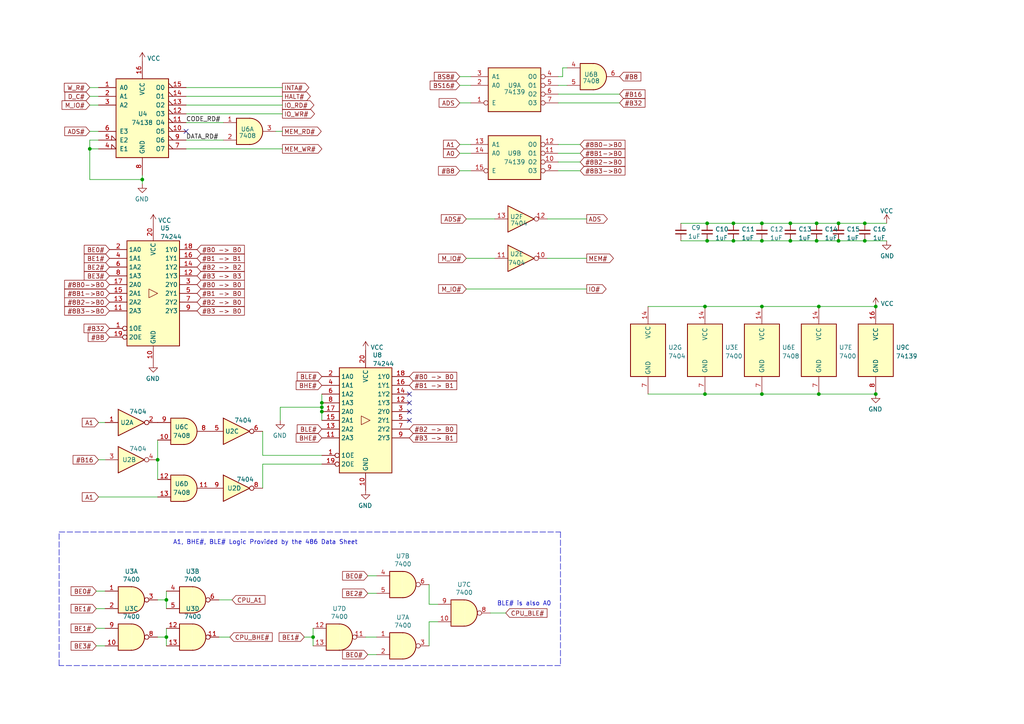
<source format=kicad_sch>
(kicad_sch (version 20211123) (generator eeschema)
  (paper "A4")
  (lib_symbols
    (symbol "74xx:7400" (pin_names (offset 1.016))
      (property "Reference" "U" (at 0 1.27 0))
      (property "Value" "7400" (at 0 -1.27 0))
      (symbol "7400_1_1"
        (arc (start 0 -3.81) (mid 3.81 0) (end 0 3.81) (stroke (width 0.254)) (fill (type background)))
        (polyline (pts (xy 0 3.81) (xy -3.81 3.81) (xy -3.81 -3.81) (xy 0 -3.81)) (stroke (width 0.254)) (fill (type background)))
        (pin input line (at -7.62 2.54 0) (length 3.81) (name "~") (number "1"))
        (pin input line (at -7.62 -2.54 0) (length 3.81) (name "~") (number "2"))
        (pin output inverted (at 7.62 0 180) (length 3.81) (name "~") (number "3"))
      )
      (symbol "7400_1_2"
        (arc (start -3.81 -3.81) (mid -2.589 0) (end -3.81 3.81) (stroke (width 0.254)))
        (arc (start -0.6096 -3.81) (mid 2.1842 -2.5851) (end 3.81 0) (stroke (width 0.254)) (fill (type background)))
        (polyline (pts (xy -3.81 -3.81) (xy -0.635 -3.81)) (stroke (width 0.254)) (fill (type background)))
        (polyline (pts (xy -3.81 3.81) (xy -0.635 3.81)) (stroke (width 0.254)) (fill (type background)))
        (polyline (pts (xy -0.635 3.81) (xy -3.81 3.81) (xy -3.81 3.81) (xy -3.556 3.4036) (xy -3.0226 2.2606) (xy -2.6924 1.0414) (xy -2.6162 -0.254) (xy -2.7686 -1.4986) (xy -3.175 -2.7178) (xy -3.81 -3.81) (xy -3.81 -3.81) (xy -0.635 -3.81)) (stroke (width -25.4)) (fill (type background)))
        (arc (start 3.81 0) (mid 2.1915 2.5936) (end -0.6096 3.81) (stroke (width 0.254)) (fill (type background)))
        (pin input inverted (at -7.62 2.54 0) (length 4.318) (name "~") (number "1"))
        (pin input inverted (at -7.62 -2.54 0) (length 4.318) (name "~") (number "2"))
        (pin output line (at 7.62 0 180) (length 3.81) (name "~") (number "3"))
      )
      (symbol "7400_2_1"
        (arc (start 0 -3.81) (mid 3.81 0) (end 0 3.81) (stroke (width 0.254)) (fill (type background)))
        (polyline (pts (xy 0 3.81) (xy -3.81 3.81) (xy -3.81 -3.81) (xy 0 -3.81)) (stroke (width 0.254)) (fill (type background)))
        (pin input line (at -7.62 2.54 0) (length 3.81) (name "~") (number "4"))
        (pin input line (at -7.62 -2.54 0) (length 3.81) (name "~") (number "5"))
        (pin output inverted (at 7.62 0 180) (length 3.81) (name "~") (number "6"))
      )
      (symbol "7400_2_2"
        (arc (start -3.81 -3.81) (mid -2.589 0) (end -3.81 3.81) (stroke (width 0.254)))
        (arc (start -0.6096 -3.81) (mid 2.1842 -2.5851) (end 3.81 0) (stroke (width 0.254)) (fill (type background)))
        (polyline (pts (xy -3.81 -3.81) (xy -0.635 -3.81)) (stroke (width 0.254)) (fill (type background)))
        (polyline (pts (xy -3.81 3.81) (xy -0.635 3.81)) (stroke (width 0.254)) (fill (type background)))
        (polyline (pts (xy -0.635 3.81) (xy -3.81 3.81) (xy -3.81 3.81) (xy -3.556 3.4036) (xy -3.0226 2.2606) (xy -2.6924 1.0414) (xy -2.6162 -0.254) (xy -2.7686 -1.4986) (xy -3.175 -2.7178) (xy -3.81 -3.81) (xy -3.81 -3.81) (xy -0.635 -3.81)) (stroke (width -25.4)) (fill (type background)))
        (arc (start 3.81 0) (mid 2.1915 2.5936) (end -0.6096 3.81) (stroke (width 0.254)) (fill (type background)))
        (pin input inverted (at -7.62 2.54 0) (length 4.318) (name "~") (number "4"))
        (pin input inverted (at -7.62 -2.54 0) (length 4.318) (name "~") (number "5"))
        (pin output line (at 7.62 0 180) (length 3.81) (name "~") (number "6"))
      )
      (symbol "7400_3_1"
        (arc (start 0 -3.81) (mid 3.81 0) (end 0 3.81) (stroke (width 0.254)) (fill (type background)))
        (polyline (pts (xy 0 3.81) (xy -3.81 3.81) (xy -3.81 -3.81) (xy 0 -3.81)) (stroke (width 0.254)) (fill (type background)))
        (pin input line (at -7.62 -2.54 0) (length 3.81) (name "~") (number "10"))
        (pin output inverted (at 7.62 0 180) (length 3.81) (name "~") (number "8"))
        (pin input line (at -7.62 2.54 0) (length 3.81) (name "~") (number "9"))
      )
      (symbol "7400_3_2"
        (arc (start -3.81 -3.81) (mid -2.589 0) (end -3.81 3.81) (stroke (width 0.254)))
        (arc (start -0.6096 -3.81) (mid 2.1842 -2.5851) (end 3.81 0) (stroke (width 0.254)) (fill (type background)))
        (polyline (pts (xy -3.81 -3.81) (xy -0.635 -3.81)) (stroke (width 0.254)) (fill (type background)))
        (polyline (pts (xy -3.81 3.81) (xy -0.635 3.81)) (stroke (width 0.254)) (fill (type background)))
        (polyline (pts (xy -0.635 3.81) (xy -3.81 3.81) (xy -3.81 3.81) (xy -3.556 3.4036) (xy -3.0226 2.2606) (xy -2.6924 1.0414) (xy -2.6162 -0.254) (xy -2.7686 -1.4986) (xy -3.175 -2.7178) (xy -3.81 -3.81) (xy -3.81 -3.81) (xy -0.635 -3.81)) (stroke (width -25.4)) (fill (type background)))
        (arc (start 3.81 0) (mid 2.1915 2.5936) (end -0.6096 3.81) (stroke (width 0.254)) (fill (type background)))
        (pin input inverted (at -7.62 -2.54 0) (length 4.318) (name "~") (number "10"))
        (pin output line (at 7.62 0 180) (length 3.81) (name "~") (number "8"))
        (pin input inverted (at -7.62 2.54 0) (length 4.318) (name "~") (number "9"))
      )
      (symbol "7400_4_1"
        (arc (start 0 -3.81) (mid 3.81 0) (end 0 3.81) (stroke (width 0.254)) (fill (type background)))
        (polyline (pts (xy 0 3.81) (xy -3.81 3.81) (xy -3.81 -3.81) (xy 0 -3.81)) (stroke (width 0.254)) (fill (type background)))
        (pin output inverted (at 7.62 0 180) (length 3.81) (name "~") (number "11"))
        (pin input line (at -7.62 2.54 0) (length 3.81) (name "~") (number "12"))
        (pin input line (at -7.62 -2.54 0) (length 3.81) (name "~") (number "13"))
      )
      (symbol "7400_4_2"
        (arc (start -3.81 -3.81) (mid -2.589 0) (end -3.81 3.81) (stroke (width 0.254)))
        (arc (start -0.6096 -3.81) (mid 2.1842 -2.5851) (end 3.81 0) (stroke (width 0.254)) (fill (type background)))
        (polyline (pts (xy -3.81 -3.81) (xy -0.635 -3.81)) (stroke (width 0.254)) (fill (type background)))
        (polyline (pts (xy -3.81 3.81) (xy -0.635 3.81)) (stroke (width 0.254)) (fill (type background)))
        (polyline (pts (xy -0.635 3.81) (xy -3.81 3.81) (xy -3.81 3.81) (xy -3.556 3.4036) (xy -3.0226 2.2606) (xy -2.6924 1.0414) (xy -2.6162 -0.254) (xy -2.7686 -1.4986) (xy -3.175 -2.7178) (xy -3.81 -3.81) (xy -3.81 -3.81) (xy -0.635 -3.81)) (stroke (width -25.4)) (fill (type background)))
        (arc (start 3.81 0) (mid 2.1915 2.5936) (end -0.6096 3.81) (stroke (width 0.254)) (fill (type background)))
        (pin output line (at 7.62 0 180) (length 3.81) (name "~") (number "11"))
        (pin input inverted (at -7.62 2.54 0) (length 4.318) (name "~") (number "12"))
        (pin input inverted (at -7.62 -2.54 0) (length 4.318) (name "~") (number "13"))
      )
      (symbol "7400_5_0"
        (pin power_in line (at 0 12.7 270) (length 5.08) (name "VCC") (number "14"))
        (pin power_in line (at 0 -12.7 90) (length 5.08) (name "GND") (number "7"))
      )
      (symbol "7400_5_1"
        (rectangle (start -5.08 7.62) (end 5.08 -7.62) (stroke (width 0.254)) (fill (type background)))
      )
    )
    (symbol "74xx:74HC244"
      (property "Reference" "U" (at -7.62 16.51 0))
      (property "Value" "74HC244" (at -7.62 -16.51 0))
      (symbol "74HC244_1_0"
        (polyline (pts (xy 1.27 0) (xy -1.27 1.27) (xy -1.27 -1.27) (xy 1.27 0)) (stroke (width 0.1524)))
        (pin input inverted (at -12.7 -10.16 0) (length 5.08) (name "1OE") (number "1"))
        (pin power_in line (at 0 -20.32 90) (length 5.08) (name "GND") (number "10"))
        (pin input line (at -12.7 -5.08 0) (length 5.08) (name "2A3") (number "11"))
        (pin tri_state line (at 12.7 5.08 180) (length 5.08) (name "1Y3") (number "12"))
        (pin input line (at -12.7 -2.54 0) (length 5.08) (name "2A2") (number "13"))
        (pin tri_state line (at 12.7 7.62 180) (length 5.08) (name "1Y2") (number "14"))
        (pin input line (at -12.7 0 0) (length 5.08) (name "2A1") (number "15"))
        (pin tri_state line (at 12.7 10.16 180) (length 5.08) (name "1Y1") (number "16"))
        (pin input line (at -12.7 2.54 0) (length 5.08) (name "2A0") (number "17"))
        (pin tri_state line (at 12.7 12.7 180) (length 5.08) (name "1Y0") (number "18"))
        (pin input inverted (at -12.7 -12.7 0) (length 5.08) (name "2OE") (number "19"))
        (pin input line (at -12.7 12.7 0) (length 5.08) (name "1A0") (number "2"))
        (pin power_in line (at 0 20.32 270) (length 5.08) (name "VCC") (number "20"))
        (pin tri_state line (at 12.7 2.54 180) (length 5.08) (name "2Y0") (number "3"))
        (pin input line (at -12.7 10.16 0) (length 5.08) (name "1A1") (number "4"))
        (pin tri_state line (at 12.7 0 180) (length 5.08) (name "2Y1") (number "5"))
        (pin input line (at -12.7 7.62 0) (length 5.08) (name "1A2") (number "6"))
        (pin tri_state line (at 12.7 -2.54 180) (length 5.08) (name "2Y2") (number "7"))
        (pin input line (at -12.7 5.08 0) (length 5.08) (name "1A3") (number "8"))
        (pin tri_state line (at 12.7 -5.08 180) (length 5.08) (name "2Y3") (number "9"))
      )
      (symbol "74HC244_1_1"
        (rectangle (start -7.62 15.24) (end 7.62 -15.24) (stroke (width 0.254)) (fill (type background)))
      )
    )
    (symbol "74xx:74LS04"
      (property "Reference" "U" (at 0 1.27 0))
      (property "Value" "74LS04" (at 0 -1.27 0))
      (symbol "74LS04_1_0"
        (polyline (pts (xy -3.81 3.81) (xy -3.81 -3.81) (xy 3.81 0) (xy -3.81 3.81)) (stroke (width 0.254)) (fill (type background)))
        (pin input line (at -7.62 0 0) (length 3.81) (name "~") (number "1"))
        (pin output inverted (at 7.62 0 180) (length 3.81) (name "~") (number "2"))
      )
      (symbol "74LS04_2_0"
        (polyline (pts (xy -3.81 3.81) (xy -3.81 -3.81) (xy 3.81 0) (xy -3.81 3.81)) (stroke (width 0.254)) (fill (type background)))
        (pin input line (at -7.62 0 0) (length 3.81) (name "~") (number "3"))
        (pin output inverted (at 7.62 0 180) (length 3.81) (name "~") (number "4"))
      )
      (symbol "74LS04_3_0"
        (polyline (pts (xy -3.81 3.81) (xy -3.81 -3.81) (xy 3.81 0) (xy -3.81 3.81)) (stroke (width 0.254)) (fill (type background)))
        (pin input line (at -7.62 0 0) (length 3.81) (name "~") (number "5"))
        (pin output inverted (at 7.62 0 180) (length 3.81) (name "~") (number "6"))
      )
      (symbol "74LS04_4_0"
        (polyline (pts (xy -3.81 3.81) (xy -3.81 -3.81) (xy 3.81 0) (xy -3.81 3.81)) (stroke (width 0.254)) (fill (type background)))
        (pin output inverted (at 7.62 0 180) (length 3.81) (name "~") (number "8"))
        (pin input line (at -7.62 0 0) (length 3.81) (name "~") (number "9"))
      )
      (symbol "74LS04_5_0"
        (polyline (pts (xy -3.81 3.81) (xy -3.81 -3.81) (xy 3.81 0) (xy -3.81 3.81)) (stroke (width 0.254)) (fill (type background)))
        (pin output inverted (at 7.62 0 180) (length 3.81) (name "~") (number "10"))
        (pin input line (at -7.62 0 0) (length 3.81) (name "~") (number "11"))
      )
      (symbol "74LS04_6_0"
        (polyline (pts (xy -3.81 3.81) (xy -3.81 -3.81) (xy 3.81 0) (xy -3.81 3.81)) (stroke (width 0.254)) (fill (type background)))
        (pin output inverted (at 7.62 0 180) (length 3.81) (name "~") (number "12"))
        (pin input line (at -7.62 0 0) (length 3.81) (name "~") (number "13"))
      )
      (symbol "74LS04_7_0"
        (pin power_in line (at 0 12.7 270) (length 5.08) (name "VCC") (number "14"))
        (pin power_in line (at 0 -12.7 90) (length 5.08) (name "GND") (number "7"))
      )
      (symbol "74LS04_7_1"
        (rectangle (start -5.08 7.62) (end 5.08 -7.62) (stroke (width 0.254)) (fill (type background)))
      )
    )
    (symbol "74xx:74LS08" (pin_names (offset 1.016))
      (property "Reference" "U" (at 0 1.27 0))
      (property "Value" "74LS08" (at 0 -1.27 0))
      (symbol "74LS08_1_1"
        (arc (start 0 -3.81) (mid 3.81 0) (end 0 3.81) (stroke (width 0.254)) (fill (type background)))
        (polyline (pts (xy 0 3.81) (xy -3.81 3.81) (xy -3.81 -3.81) (xy 0 -3.81)) (stroke (width 0.254)) (fill (type background)))
        (pin input line (at -7.62 2.54 0) (length 3.81) (name "~") (number "1"))
        (pin input line (at -7.62 -2.54 0) (length 3.81) (name "~") (number "2"))
        (pin output line (at 7.62 0 180) (length 3.81) (name "~") (number "3"))
      )
      (symbol "74LS08_1_2"
        (arc (start -3.81 -3.81) (mid -2.589 0) (end -3.81 3.81) (stroke (width 0.254)))
        (arc (start -0.6096 -3.81) (mid 2.1842 -2.5851) (end 3.81 0) (stroke (width 0.254)) (fill (type background)))
        (polyline (pts (xy -3.81 -3.81) (xy -0.635 -3.81)) (stroke (width 0.254)) (fill (type background)))
        (polyline (pts (xy -3.81 3.81) (xy -0.635 3.81)) (stroke (width 0.254)) (fill (type background)))
        (polyline (pts (xy -0.635 3.81) (xy -3.81 3.81) (xy -3.81 3.81) (xy -3.556 3.4036) (xy -3.0226 2.2606) (xy -2.6924 1.0414) (xy -2.6162 -0.254) (xy -2.7686 -1.4986) (xy -3.175 -2.7178) (xy -3.81 -3.81) (xy -3.81 -3.81) (xy -0.635 -3.81)) (stroke (width -25.4)) (fill (type background)))
        (arc (start 3.81 0) (mid 2.1915 2.5936) (end -0.6096 3.81) (stroke (width 0.254)) (fill (type background)))
        (pin input inverted (at -7.62 2.54 0) (length 4.318) (name "~") (number "1"))
        (pin input inverted (at -7.62 -2.54 0) (length 4.318) (name "~") (number "2"))
        (pin output inverted (at 7.62 0 180) (length 3.81) (name "~") (number "3"))
      )
      (symbol "74LS08_2_1"
        (arc (start 0 -3.81) (mid 3.81 0) (end 0 3.81) (stroke (width 0.254)) (fill (type background)))
        (polyline (pts (xy 0 3.81) (xy -3.81 3.81) (xy -3.81 -3.81) (xy 0 -3.81)) (stroke (width 0.254)) (fill (type background)))
        (pin input line (at -7.62 2.54 0) (length 3.81) (name "~") (number "4"))
        (pin input line (at -7.62 -2.54 0) (length 3.81) (name "~") (number "5"))
        (pin output line (at 7.62 0 180) (length 3.81) (name "~") (number "6"))
      )
      (symbol "74LS08_2_2"
        (arc (start -3.81 -3.81) (mid -2.589 0) (end -3.81 3.81) (stroke (width 0.254)))
        (arc (start -0.6096 -3.81) (mid 2.1842 -2.5851) (end 3.81 0) (stroke (width 0.254)) (fill (type background)))
        (polyline (pts (xy -3.81 -3.81) (xy -0.635 -3.81)) (stroke (width 0.254)) (fill (type background)))
        (polyline (pts (xy -3.81 3.81) (xy -0.635 3.81)) (stroke (width 0.254)) (fill (type background)))
        (polyline (pts (xy -0.635 3.81) (xy -3.81 3.81) (xy -3.81 3.81) (xy -3.556 3.4036) (xy -3.0226 2.2606) (xy -2.6924 1.0414) (xy -2.6162 -0.254) (xy -2.7686 -1.4986) (xy -3.175 -2.7178) (xy -3.81 -3.81) (xy -3.81 -3.81) (xy -0.635 -3.81)) (stroke (width -25.4)) (fill (type background)))
        (arc (start 3.81 0) (mid 2.1915 2.5936) (end -0.6096 3.81) (stroke (width 0.254)) (fill (type background)))
        (pin input inverted (at -7.62 2.54 0) (length 4.318) (name "~") (number "4"))
        (pin input inverted (at -7.62 -2.54 0) (length 4.318) (name "~") (number "5"))
        (pin output inverted (at 7.62 0 180) (length 3.81) (name "~") (number "6"))
      )
      (symbol "74LS08_3_1"
        (arc (start 0 -3.81) (mid 3.81 0) (end 0 3.81) (stroke (width 0.254)) (fill (type background)))
        (polyline (pts (xy 0 3.81) (xy -3.81 3.81) (xy -3.81 -3.81) (xy 0 -3.81)) (stroke (width 0.254)) (fill (type background)))
        (pin input line (at -7.62 -2.54 0) (length 3.81) (name "~") (number "10"))
        (pin output line (at 7.62 0 180) (length 3.81) (name "~") (number "8"))
        (pin input line (at -7.62 2.54 0) (length 3.81) (name "~") (number "9"))
      )
      (symbol "74LS08_3_2"
        (arc (start -3.81 -3.81) (mid -2.589 0) (end -3.81 3.81) (stroke (width 0.254)))
        (arc (start -0.6096 -3.81) (mid 2.1842 -2.5851) (end 3.81 0) (stroke (width 0.254)) (fill (type background)))
        (polyline (pts (xy -3.81 -3.81) (xy -0.635 -3.81)) (stroke (width 0.254)) (fill (type background)))
        (polyline (pts (xy -3.81 3.81) (xy -0.635 3.81)) (stroke (width 0.254)) (fill (type background)))
        (polyline (pts (xy -0.635 3.81) (xy -3.81 3.81) (xy -3.81 3.81) (xy -3.556 3.4036) (xy -3.0226 2.2606) (xy -2.6924 1.0414) (xy -2.6162 -0.254) (xy -2.7686 -1.4986) (xy -3.175 -2.7178) (xy -3.81 -3.81) (xy -3.81 -3.81) (xy -0.635 -3.81)) (stroke (width -25.4)) (fill (type background)))
        (arc (start 3.81 0) (mid 2.1915 2.5936) (end -0.6096 3.81) (stroke (width 0.254)) (fill (type background)))
        (pin input inverted (at -7.62 -2.54 0) (length 4.318) (name "~") (number "10"))
        (pin output inverted (at 7.62 0 180) (length 3.81) (name "~") (number "8"))
        (pin input inverted (at -7.62 2.54 0) (length 4.318) (name "~") (number "9"))
      )
      (symbol "74LS08_4_1"
        (arc (start 0 -3.81) (mid 3.81 0) (end 0 3.81) (stroke (width 0.254)) (fill (type background)))
        (polyline (pts (xy 0 3.81) (xy -3.81 3.81) (xy -3.81 -3.81) (xy 0 -3.81)) (stroke (width 0.254)) (fill (type background)))
        (pin output line (at 7.62 0 180) (length 3.81) (name "~") (number "11"))
        (pin input line (at -7.62 2.54 0) (length 3.81) (name "~") (number "12"))
        (pin input line (at -7.62 -2.54 0) (length 3.81) (name "~") (number "13"))
      )
      (symbol "74LS08_4_2"
        (arc (start -3.81 -3.81) (mid -2.589 0) (end -3.81 3.81) (stroke (width 0.254)))
        (arc (start -0.6096 -3.81) (mid 2.1842 -2.5851) (end 3.81 0) (stroke (width 0.254)) (fill (type background)))
        (polyline (pts (xy -3.81 -3.81) (xy -0.635 -3.81)) (stroke (width 0.254)) (fill (type background)))
        (polyline (pts (xy -3.81 3.81) (xy -0.635 3.81)) (stroke (width 0.254)) (fill (type background)))
        (polyline (pts (xy -0.635 3.81) (xy -3.81 3.81) (xy -3.81 3.81) (xy -3.556 3.4036) (xy -3.0226 2.2606) (xy -2.6924 1.0414) (xy -2.6162 -0.254) (xy -2.7686 -1.4986) (xy -3.175 -2.7178) (xy -3.81 -3.81) (xy -3.81 -3.81) (xy -0.635 -3.81)) (stroke (width -25.4)) (fill (type background)))
        (arc (start 3.81 0) (mid 2.1915 2.5936) (end -0.6096 3.81) (stroke (width 0.254)) (fill (type background)))
        (pin output inverted (at 7.62 0 180) (length 3.81) (name "~") (number "11"))
        (pin input inverted (at -7.62 2.54 0) (length 4.318) (name "~") (number "12"))
        (pin input inverted (at -7.62 -2.54 0) (length 4.318) (name "~") (number "13"))
      )
      (symbol "74LS08_5_0"
        (pin power_in line (at 0 12.7 270) (length 5.08) (name "VCC") (number "14"))
        (pin power_in line (at 0 -12.7 90) (length 5.08) (name "GND") (number "7"))
      )
      (symbol "74LS08_5_1"
        (rectangle (start -5.08 7.62) (end 5.08 -7.62) (stroke (width 0.254)) (fill (type background)))
      )
    )
    (symbol "74xx:74LS138" (pin_names (offset 1.016))
      (property "Reference" "U" (at -7.62 11.43 0))
      (property "Value" "74LS138" (at -7.62 -13.97 0))
      (symbol "74LS138_1_0"
        (pin input line (at -12.7 7.62 0) (length 5.08) (name "A0") (number "1"))
        (pin output output_low (at 12.7 -5.08 180) (length 5.08) (name "O5") (number "10"))
        (pin output output_low (at 12.7 -2.54 180) (length 5.08) (name "O4") (number "11"))
        (pin output output_low (at 12.7 0 180) (length 5.08) (name "O3") (number "12"))
        (pin output output_low (at 12.7 2.54 180) (length 5.08) (name "O2") (number "13"))
        (pin output output_low (at 12.7 5.08 180) (length 5.08) (name "O1") (number "14"))
        (pin output output_low (at 12.7 7.62 180) (length 5.08) (name "O0") (number "15"))
        (pin power_in line (at 0 15.24 270) (length 5.08) (name "VCC") (number "16"))
        (pin input line (at -12.7 5.08 0) (length 5.08) (name "A1") (number "2"))
        (pin input line (at -12.7 2.54 0) (length 5.08) (name "A2") (number "3"))
        (pin input input_low (at -12.7 -10.16 0) (length 5.08) (name "E1") (number "4"))
        (pin input input_low (at -12.7 -7.62 0) (length 5.08) (name "E2") (number "5"))
        (pin input line (at -12.7 -5.08 0) (length 5.08) (name "E3") (number "6"))
        (pin output output_low (at 12.7 -10.16 180) (length 5.08) (name "O7") (number "7"))
        (pin power_in line (at 0 -17.78 90) (length 5.08) (name "GND") (number "8"))
        (pin output output_low (at 12.7 -7.62 180) (length 5.08) (name "O6") (number "9"))
      )
      (symbol "74LS138_1_1"
        (rectangle (start -7.62 10.16) (end 7.62 -12.7) (stroke (width 0.254)) (fill (type background)))
      )
    )
    (symbol "74xx:74LS139" (pin_names (offset 1.016))
      (property "Reference" "U" (at -7.62 8.89 0))
      (property "Value" "74LS139" (at -7.62 -8.89 0))
      (symbol "74LS139_1_0"
        (pin input inverted (at -12.7 -5.08 0) (length 5.08) (name "E") (number "1"))
        (pin input line (at -12.7 0 0) (length 5.08) (name "A0") (number "2"))
        (pin input line (at -12.7 2.54 0) (length 5.08) (name "A1") (number "3"))
        (pin output inverted (at 12.7 2.54 180) (length 5.08) (name "O0") (number "4"))
        (pin output inverted (at 12.7 0 180) (length 5.08) (name "O1") (number "5"))
        (pin output inverted (at 12.7 -2.54 180) (length 5.08) (name "O2") (number "6"))
        (pin output inverted (at 12.7 -5.08 180) (length 5.08) (name "O3") (number "7"))
      )
      (symbol "74LS139_1_1"
        (rectangle (start -7.62 5.08) (end 7.62 -7.62) (stroke (width 0.254)) (fill (type background)))
      )
      (symbol "74LS139_2_0"
        (pin output inverted (at 12.7 -2.54 180) (length 5.08) (name "O2") (number "10"))
        (pin output inverted (at 12.7 0 180) (length 5.08) (name "O1") (number "11"))
        (pin output inverted (at 12.7 2.54 180) (length 5.08) (name "O0") (number "12"))
        (pin input line (at -12.7 2.54 0) (length 5.08) (name "A1") (number "13"))
        (pin input line (at -12.7 0 0) (length 5.08) (name "A0") (number "14"))
        (pin input inverted (at -12.7 -5.08 0) (length 5.08) (name "E") (number "15"))
        (pin output inverted (at 12.7 -5.08 180) (length 5.08) (name "O3") (number "9"))
      )
      (symbol "74LS139_2_1"
        (rectangle (start -7.62 5.08) (end 7.62 -7.62) (stroke (width 0.254)) (fill (type background)))
      )
      (symbol "74LS139_3_0"
        (pin power_in line (at 0 12.7 270) (length 5.08) (name "VCC") (number "16"))
        (pin power_in line (at 0 -12.7 90) (length 5.08) (name "GND") (number "8"))
      )
      (symbol "74LS139_3_1"
        (rectangle (start -5.08 7.62) (end 5.08 -7.62) (stroke (width 0.254)) (fill (type background)))
      )
    )
    (symbol "Device:C_Small" (pin_numbers hide) (pin_names (offset 0.254) hide)
      (property "Reference" "C" (at 0.254 1.778 0))
      (property "Value" "C_Small" (at 0.254 -2.032 0))
      (symbol "C_Small_0_1"
        (polyline (pts (xy -1.524 -0.508) (xy 1.524 -0.508)) (stroke (width 0.3302)))
        (polyline (pts (xy -1.524 0.508) (xy 1.524 0.508)) (stroke (width 0.3048)))
      )
      (symbol "C_Small_1_1"
        (pin passive line (at 0 2.54 270) (length 2.032) (name "~") (number "1"))
        (pin passive line (at 0 -2.54 90) (length 2.032) (name "~") (number "2"))
      )
    )
    (symbol "power:GND" (power) (pin_names (offset 0))
      (property "Value" "GND" (at 0 -3.81 0))
      (symbol "GND_0_1"
        (polyline (pts (xy 0 0) (xy 0 -1.27) (xy 1.27 -1.27) (xy 0 -2.54) (xy -1.27 -1.27) (xy 0 -1.27)))
      )
      (symbol "GND_1_1"
        (pin power_in line (at 0 0 270) (length 0) hide (name "GND") (number "1"))
      )
    )
    (symbol "power:VCC" (power) (pin_names (offset 0))
      (property "Value" "VCC" (at 0 3.81 0))
      (symbol "VCC_0_1"
        (polyline (pts (xy -0.762 1.27) (xy 0 2.54)))
        (polyline (pts (xy 0 0) (xy 0 2.54)))
        (polyline (pts (xy 0 2.54) (xy 0.762 1.27)))
      )
      (symbol "VCC_1_1"
        (pin power_in line (at 0 0 90) (length 0) hide (name "VCC") (number "1"))
      )
    )
  )
  (junction (at 48.26 173.99))
  (junction (at 237.49 88.9))
  (junction (at 90.805 184.785))
  (junction (at 236.855 64.77))
  (junction (at 220.98 88.9))
  (junction (at 204.47 88.9))
  (junction (at 229.235 69.85))
  (junction (at 220.98 114.3))
  (junction (at 250.825 64.77))
  (junction (at 93.345 119.38))
  (junction (at 205.105 69.85))
  (junction (at 205.105 64.77))
  (junction (at 220.98 69.85))
  (junction (at 45.72 133.35))
  (junction (at 236.855 69.85))
  (junction (at 254 114.3))
  (junction (at 237.49 114.3))
  (junction (at 243.205 64.77))
  (junction (at 250.825 69.85))
  (junction (at 204.47 114.3))
  (junction (at 26.035 43.18))
  (junction (at 212.725 64.77))
  (junction (at 229.235 64.77))
  (junction (at 212.725 69.85))
  (junction (at 254 88.9))
  (junction (at 93.345 116.84))
  (junction (at 220.98 64.77))
  (junction (at 93.345 118.11))
  (junction (at 41.275 52.07))
  (junction (at 243.205 69.85))
  (junction (at 48.26 184.785))
  (no_connect (at 118.745 116.84))
  (no_connect (at 118.745 119.38))
  (no_connect (at 53.975 38.1))
  (no_connect (at 118.745 121.92))
  (no_connect (at 118.745 114.3))
  (wire (pts (xy 133.35 24.765) (xy 136.525 24.765)))
  (wire (pts (xy 124.46 175.26) (xy 127 175.26)))
  (wire (pts (xy 26.035 43.18) (xy 26.035 40.64)))
  (wire (pts (xy 53.975 35.56) (xy 64.77 35.56)))
  (wire (pts (xy 48.26 184.785) (xy 48.26 187.325)))
  (wire (pts (xy 53.975 33.02) (xy 81.915 33.02)))
  (wire (pts (xy 133.35 49.53) (xy 136.525 49.53)))
  (wire (pts (xy 161.925 41.91) (xy 168.275 41.91)))
  (polyline (pts (xy 162.56 193.04) (xy 17.145 193.04)))
  (wire (pts (xy 205.105 69.85) (xy 212.725 69.85)))
  (wire (pts (xy 76.2 132.08) (xy 76.2 125.095)))
  (wire (pts (xy 187.96 88.9) (xy 204.47 88.9)))
  (wire (pts (xy 81.28 118.11) (xy 81.28 121.92)))
  (wire (pts (xy 48.26 173.99) (xy 48.26 171.45)))
  (wire (pts (xy 236.855 69.85) (xy 243.205 69.85)))
  (wire (pts (xy 93.345 118.11) (xy 93.345 119.38)))
  (wire (pts (xy 41.275 52.07) (xy 26.035 52.07)))
  (wire (pts (xy 133.35 29.845) (xy 136.525 29.845)))
  (wire (pts (xy 88.265 184.785) (xy 90.805 184.785)))
  (wire (pts (xy 63.5 173.99) (xy 67.31 173.99)))
  (wire (pts (xy 229.235 64.77) (xy 236.855 64.77)))
  (wire (pts (xy 45.72 133.35) (xy 45.72 139.065)))
  (wire (pts (xy 133.35 22.225) (xy 136.525 22.225)))
  (wire (pts (xy 53.975 43.18) (xy 81.915 43.18)))
  (wire (pts (xy 124.46 187.325) (xy 124.46 180.34)))
  (wire (pts (xy 220.98 88.9) (xy 237.49 88.9)))
  (wire (pts (xy 76.2 134.62) (xy 76.2 141.605)))
  (wire (pts (xy 243.205 64.77) (xy 250.825 64.77)))
  (wire (pts (xy 237.49 88.9) (xy 254 88.9)))
  (wire (pts (xy 93.345 119.38) (xy 93.345 121.92)))
  (wire (pts (xy 53.975 25.4) (xy 81.915 25.4)))
  (wire (pts (xy 81.915 38.1) (xy 80.01 38.1)))
  (wire (pts (xy 28.575 122.555) (xy 30.48 122.555)))
  (wire (pts (xy 27.94 187.325) (xy 30.48 187.325)))
  (wire (pts (xy 26.035 43.18) (xy 28.575 43.18)))
  (wire (pts (xy 250.825 69.85) (xy 257.175 69.85)))
  (wire (pts (xy 205.105 64.77) (xy 212.725 64.77)))
  (wire (pts (xy 220.98 64.77) (xy 229.235 64.77)))
  (wire (pts (xy 26.035 40.64) (xy 28.575 40.64)))
  (wire (pts (xy 161.925 46.99) (xy 168.275 46.99)))
  (wire (pts (xy 161.925 49.53) (xy 168.275 49.53)))
  (wire (pts (xy 243.205 69.85) (xy 250.825 69.85)))
  (polyline (pts (xy 162.56 154.305) (xy 162.56 193.04)))
  (wire (pts (xy 229.235 69.85) (xy 236.855 69.85)))
  (wire (pts (xy 53.975 30.48) (xy 81.915 30.48)))
  (wire (pts (xy 204.47 88.9) (xy 220.98 88.9)))
  (wire (pts (xy 27.94 176.53) (xy 30.48 176.53)))
  (wire (pts (xy 81.28 118.11) (xy 93.345 118.11)))
  (wire (pts (xy 135.255 83.82) (xy 170.18 83.82)))
  (wire (pts (xy 90.805 182.245) (xy 90.805 184.785)))
  (wire (pts (xy 220.98 69.85) (xy 229.235 69.85)))
  (wire (pts (xy 106.68 172.085) (xy 109.22 172.085)))
  (wire (pts (xy 124.46 169.545) (xy 124.46 175.26)))
  (wire (pts (xy 143.51 63.5) (xy 135.255 63.5)))
  (wire (pts (xy 41.275 53.34) (xy 41.275 52.07)))
  (wire (pts (xy 204.47 114.3) (xy 220.98 114.3)))
  (wire (pts (xy 27.94 182.245) (xy 30.48 182.245)))
  (wire (pts (xy 76.2 134.62) (xy 93.345 134.62)))
  (wire (pts (xy 142.24 177.8) (xy 146.685 177.8)))
  (wire (pts (xy 26.035 27.94) (xy 28.575 27.94)))
  (polyline (pts (xy 17.145 193.04) (xy 17.145 154.305)))
  (wire (pts (xy 26.035 52.07) (xy 26.035 43.18)))
  (wire (pts (xy 161.925 24.765) (xy 164.465 24.765)))
  (wire (pts (xy 41.275 52.07) (xy 41.275 50.8)))
  (wire (pts (xy 133.35 44.45) (xy 136.525 44.45)))
  (wire (pts (xy 45.72 173.99) (xy 48.26 173.99)))
  (wire (pts (xy 212.725 64.77) (xy 220.98 64.77)))
  (wire (pts (xy 187.96 114.3) (xy 204.47 114.3)))
  (wire (pts (xy 106.045 184.785) (xy 109.22 184.785)))
  (wire (pts (xy 124.46 180.34) (xy 127 180.34)))
  (wire (pts (xy 197.485 69.85) (xy 205.105 69.85)))
  (wire (pts (xy 26.035 38.1) (xy 28.575 38.1)))
  (wire (pts (xy 93.345 114.3) (xy 93.345 116.84)))
  (wire (pts (xy 161.925 22.225) (xy 163.195 22.225)))
  (wire (pts (xy 133.35 41.91) (xy 136.525 41.91)))
  (wire (pts (xy 90.805 184.785) (xy 90.805 187.325)))
  (wire (pts (xy 197.485 64.77) (xy 205.105 64.77)))
  (wire (pts (xy 135.255 74.93) (xy 143.51 74.93)))
  (wire (pts (xy 236.855 64.77) (xy 243.205 64.77)))
  (wire (pts (xy 48.26 184.785) (xy 48.26 182.245)))
  (wire (pts (xy 27.94 171.45) (xy 30.48 171.45)))
  (wire (pts (xy 93.345 116.84) (xy 93.345 118.11)))
  (wire (pts (xy 53.975 27.94) (xy 81.915 27.94)))
  (polyline (pts (xy 17.145 154.305) (xy 162.56 154.305)))
  (wire (pts (xy 163.195 22.225) (xy 163.195 19.685)))
  (wire (pts (xy 170.18 63.5) (xy 158.75 63.5)))
  (wire (pts (xy 163.195 19.685) (xy 164.465 19.685)))
  (wire (pts (xy 250.825 64.77) (xy 257.175 64.77)))
  (wire (pts (xy 179.705 29.845) (xy 161.925 29.845)))
  (wire (pts (xy 220.98 114.3) (xy 237.49 114.3)))
  (wire (pts (xy 53.975 40.64) (xy 64.77 40.64)))
  (wire (pts (xy 28.575 144.145) (xy 45.72 144.145)))
  (wire (pts (xy 212.725 69.85) (xy 220.98 69.85)))
  (wire (pts (xy 179.705 27.305) (xy 161.925 27.305)))
  (wire (pts (xy 26.035 30.48) (xy 28.575 30.48)))
  (wire (pts (xy 45.72 184.785) (xy 48.26 184.785)))
  (wire (pts (xy 26.035 25.4) (xy 28.575 25.4)))
  (wire (pts (xy 28.575 133.35) (xy 30.48 133.35)))
  (wire (pts (xy 106.68 189.865) (xy 109.22 189.865)))
  (wire (pts (xy 45.72 127.635) (xy 45.72 133.35)))
  (wire (pts (xy 63.5 184.785) (xy 66.675 184.785)))
  (wire (pts (xy 48.26 173.99) (xy 48.26 176.53)))
  (wire (pts (xy 106.68 167.005) (xy 109.22 167.005)))
  (wire (pts (xy 170.18 74.93) (xy 158.75 74.93)))
  (wire (pts (xy 237.49 114.3) (xy 254 114.3)))
  (wire (pts (xy 161.925 44.45) (xy 168.275 44.45)))
  (wire (pts (xy 93.345 132.08) (xy 76.2 132.08)))
  (text "A1, BHE#, BLE# Logic Provided by the 486 Data Sheet" (at 50.165 158.115 0) (effects (font (size 1.27 1.27)) (justify left bottom)))
  (text "BLE# is also A0" (at 144.145 175.895 0) (effects (font (size 1.27 1.27)) (justify left bottom)))
  (label "CODE_RD#" (at 53.975 35.56 0))
  (label "DATA_RD#" (at 53.975 40.64 0))
  (global_label "M_IO#" (shape input) (at 135.255 83.82 180) (property "Intersheet References" "${INTERSHEET_REFS}" (effects hide)))
  (global_label "BE2#" (shape input) (at 106.68 172.085 180) (property "Intersheet References" "${INTERSHEET_REFS}" (effects hide)))
  (global_label "IO_RD#" (shape output) (at 81.915 30.48 0) (property "Intersheet References" "${INTERSHEET_REFS}" (effects hide)))
  (global_label "BHE#" (shape input) (at 93.345 111.76 180) (property "Intersheet References" "${INTERSHEET_REFS}" (effects hide)))
  (global_label "#B0 -> B0" (shape input) (at 57.15 72.39 0) (property "Intersheet References" "${INTERSHEET_REFS}" (effects hide)))
  (global_label "#B8" (shape input) (at 31.75 97.79 180) (property "Intersheet References" "${INTERSHEET_REFS}" (effects hide)))
  (global_label "W_R#" (shape input) (at 26.035 25.4 180) (property "Intersheet References" "${INTERSHEET_REFS}" (effects hide)))
  (global_label "#B16" (shape input) (at 28.575 133.35 180) (property "Intersheet References" "${INTERSHEET_REFS}" (effects hide)))
  (global_label "BS8#" (shape input) (at 133.35 22.225 180) (property "Intersheet References" "${INTERSHEET_REFS}" (effects hide)))
  (global_label "#B3 -> B1" (shape input) (at 118.745 127 0) (property "Intersheet References" "${INTERSHEET_REFS}" (effects hide)))
  (global_label "#B1 -> B0" (shape input) (at 57.15 85.09 0) (property "Intersheet References" "${INTERSHEET_REFS}" (effects hide)))
  (global_label "MEM_WR#" (shape output) (at 81.915 43.18 0) (property "Intersheet References" "${INTERSHEET_REFS}" (effects hide)))
  (global_label "ADS#" (shape input) (at 26.035 38.1 180) (property "Intersheet References" "${INTERSHEET_REFS}" (effects hide)))
  (global_label "MEM_RD#" (shape output) (at 81.915 38.1 0) (property "Intersheet References" "${INTERSHEET_REFS}" (effects hide)))
  (global_label "M_IO#" (shape input) (at 135.255 74.93 180) (property "Intersheet References" "${INTERSHEET_REFS}" (effects hide)))
  (global_label "IO_WR#" (shape output) (at 81.915 33.02 0) (property "Intersheet References" "${INTERSHEET_REFS}" (effects hide)))
  (global_label "BE1#" (shape input) (at 31.75 74.93 180) (property "Intersheet References" "${INTERSHEET_REFS}" (effects hide)))
  (global_label "#B32" (shape input) (at 31.75 95.25 180) (property "Intersheet References" "${INTERSHEET_REFS}" (effects hide)))
  (global_label "#B8" (shape input) (at 133.35 49.53 180) (property "Intersheet References" "${INTERSHEET_REFS}" (effects hide)))
  (global_label "#B8" (shape input) (at 179.705 22.225 0) (property "Intersheet References" "${INTERSHEET_REFS}" (effects hide)))
  (global_label "A0" (shape input) (at 133.35 44.45 180) (property "Intersheet References" "${INTERSHEET_REFS}" (effects hide)))
  (global_label "#8B0->B0" (shape input) (at 31.75 82.55 180) (property "Intersheet References" "${INTERSHEET_REFS}" (effects hide)))
  (global_label "#8B3->B0" (shape input) (at 168.275 49.53 0) (property "Intersheet References" "${INTERSHEET_REFS}" (effects hide)))
  (global_label "M_IO#" (shape input) (at 26.035 30.48 180) (property "Intersheet References" "${INTERSHEET_REFS}" (effects hide)))
  (global_label "CPU_BLE#" (shape input) (at 146.685 177.8 0) (property "Intersheet References" "${INTERSHEET_REFS}" (effects hide)))
  (global_label "#B16" (shape input) (at 179.705 27.305 0) (property "Intersheet References" "${INTERSHEET_REFS}" (effects hide)))
  (global_label "BE0#" (shape input) (at 106.68 189.865 180) (property "Intersheet References" "${INTERSHEET_REFS}" (effects hide)))
  (global_label "#B2 -> B0" (shape input) (at 57.15 87.63 0) (property "Intersheet References" "${INTERSHEET_REFS}" (effects hide)))
  (global_label "BE0#" (shape input) (at 31.75 72.39 180) (property "Intersheet References" "${INTERSHEET_REFS}" (effects hide)))
  (global_label "BLE#" (shape input) (at 93.345 124.46 180) (property "Intersheet References" "${INTERSHEET_REFS}" (effects hide)))
  (global_label "#B2 -> B2" (shape input) (at 57.15 77.47 0) (property "Intersheet References" "${INTERSHEET_REFS}" (effects hide)))
  (global_label "#B0 -> B0" (shape input) (at 57.15 82.55 0) (property "Intersheet References" "${INTERSHEET_REFS}" (effects hide)))
  (global_label "#8B0->B0" (shape input) (at 168.275 41.91 0) (property "Intersheet References" "${INTERSHEET_REFS}" (effects hide)))
  (global_label "CPU_BHE#" (shape input) (at 66.675 184.785 0) (property "Intersheet References" "${INTERSHEET_REFS}" (effects hide)))
  (global_label "ADS" (shape input) (at 133.35 29.845 180) (property "Intersheet References" "${INTERSHEET_REFS}" (effects hide)))
  (global_label "#B32" (shape input) (at 179.705 29.845 0) (property "Intersheet References" "${INTERSHEET_REFS}" (effects hide)))
  (global_label "BE1#" (shape input) (at 27.94 182.245 180) (property "Intersheet References" "${INTERSHEET_REFS}" (effects hide)))
  (global_label "BS16#" (shape input) (at 133.35 24.765 180) (property "Intersheet References" "${INTERSHEET_REFS}" (effects hide)))
  (global_label "BE3#" (shape input) (at 27.94 187.325 180) (property "Intersheet References" "${INTERSHEET_REFS}" (effects hide)))
  (global_label "IO#" (shape output) (at 170.18 83.82 0) (property "Intersheet References" "${INTERSHEET_REFS}" (effects hide)))
  (global_label "BE0#" (shape input) (at 106.68 167.005 180) (property "Intersheet References" "${INTERSHEET_REFS}" (effects hide)))
  (global_label "BE2#" (shape input) (at 31.75 77.47 180) (property "Intersheet References" "${INTERSHEET_REFS}" (effects hide)))
  (global_label "A1" (shape input) (at 133.35 41.91 180) (property "Intersheet References" "${INTERSHEET_REFS}" (effects hide)))
  (global_label "#8B2->B0" (shape input) (at 31.75 87.63 180) (property "Intersheet References" "${INTERSHEET_REFS}" (effects hide)))
  (global_label "MEM#" (shape output) (at 170.18 74.93 0) (property "Intersheet References" "${INTERSHEET_REFS}" (effects hide)))
  (global_label "#B3 -> B0" (shape input) (at 57.15 90.17 0) (property "Intersheet References" "${INTERSHEET_REFS}" (effects hide)))
  (global_label "BE0#" (shape input) (at 27.94 171.45 180) (property "Intersheet References" "${INTERSHEET_REFS}" (effects hide)))
  (global_label "ADS" (shape output) (at 170.18 63.5 0) (property "Intersheet References" "${INTERSHEET_REFS}" (effects hide)))
  (global_label "A1" (shape input) (at 28.575 122.555 180) (property "Intersheet References" "${INTERSHEET_REFS}" (effects hide)))
  (global_label "BE3#" (shape input) (at 31.75 80.01 180) (property "Intersheet References" "${INTERSHEET_REFS}" (effects hide)))
  (global_label "ADS#" (shape input) (at 135.255 63.5 180) (property "Intersheet References" "${INTERSHEET_REFS}" (effects hide)))
  (global_label "#B0 -> B0" (shape input) (at 118.745 109.22 0) (property "Intersheet References" "${INTERSHEET_REFS}" (effects hide)))
  (global_label "#8B3->B0" (shape input) (at 31.75 90.17 180) (property "Intersheet References" "${INTERSHEET_REFS}" (effects hide)))
  (global_label "BE1#" (shape input) (at 27.94 176.53 180) (property "Intersheet References" "${INTERSHEET_REFS}" (effects hide)))
  (global_label "BLE#" (shape input) (at 93.345 109.22 180) (property "Intersheet References" "${INTERSHEET_REFS}" (effects hide)))
  (global_label "BHE#" (shape input) (at 93.345 127 180) (property "Intersheet References" "${INTERSHEET_REFS}" (effects hide)))
  (global_label "#B1 -> B1" (shape input) (at 118.745 111.76 0) (property "Intersheet References" "${INTERSHEET_REFS}" (effects hide)))
  (global_label "#8B1->B0" (shape input) (at 168.275 44.45 0) (property "Intersheet References" "${INTERSHEET_REFS}" (effects hide)))
  (global_label "HALT#" (shape output) (at 81.915 27.94 0) (property "Intersheet References" "${INTERSHEET_REFS}" (effects hide)))
  (global_label "#8B1->B0" (shape input) (at 31.75 85.09 180) (property "Intersheet References" "${INTERSHEET_REFS}" (effects hide)))
  (global_label "INTA#" (shape output) (at 81.915 25.4 0) (property "Intersheet References" "${INTERSHEET_REFS}" (effects hide)))
  (global_label "#B2 -> B0" (shape input) (at 118.745 124.46 0) (property "Intersheet References" "${INTERSHEET_REFS}" (effects hide)))
  (global_label "CPU_A1" (shape input) (at 67.31 173.99 0) (property "Intersheet References" "${INTERSHEET_REFS}" (effects hide)))
  (global_label "D_C#" (shape input) (at 26.035 27.94 180) (property "Intersheet References" "${INTERSHEET_REFS}" (effects hide)))
  (global_label "#8B2->B0" (shape input) (at 168.275 46.99 0) (property "Intersheet References" "${INTERSHEET_REFS}" (effects hide)))
  (global_label "BE1#" (shape input) (at 88.265 184.785 180) (property "Intersheet References" "${INTERSHEET_REFS}" (effects hide)))
  (global_label "A1" (shape input) (at 28.575 144.145 180) (property "Intersheet References" "${INTERSHEET_REFS}" (effects hide)))
  (global_label "#B1 -> B1" (shape input) (at 57.15 74.93 0) (property "Intersheet References" "${INTERSHEET_REFS}" (effects hide)))
  (global_label "#B3 -> B3" (shape input) (at 57.15 80.01 0) (property "Intersheet References" "${INTERSHEET_REFS}" (effects hide)))
  (symbol (lib_id "power:VCC") (at 41.275 17.78 0) (unit 1)
    (property "Reference" "#PWR029" (effects hide))
    (property "Value" "VCC" (at 42.672 16.9438 0) (effects (justify left)))
  )
  (symbol (lib_id "74xx:7400") (at 38.1 173.99 0) (unit 1)
    (property "Reference" "U3" (at 38.1 165.735 0))
    (property "Value" "7400" (at 38.1 168.0464 0))
    (property "Footprint" "Package_SO:SOIC-14_3.9x8.7mm_P1.27mm" (effects hide))
    (property "Datasheet" "http://www.ti.com/lit/gpn/sn7400" (effects hide))
  )
  (symbol (lib_id "Device:C_Small") (at 205.105 67.31 180) (unit 1)
    (property "Reference" "C10" (at 207.4291 66.4689 0) (effects (justify right)))
    (property "Value" "1uF" (at 207.4291 69.0058 0) (effects (justify right)))
    (property "Footprint" "Capacitor_SMD:C_0805_2012Metric_Pad1.18x1.45mm_HandSolder" (effects hide))
  )
  (symbol (lib_id "74xx:7400") (at 237.49 101.6 0) (unit 5)
    (property "Reference" "U7" (at 243.332 100.7653 0) (effects (justify left)))
    (property "Value" "7400" (at 243.332 103.3022 0) (effects (justify left)))
    (property "Footprint" "Package_SO:SOIC-14_3.9x8.7mm_P1.27mm" (effects hide))
    (property "Datasheet" "http://www.ti.com/lit/gpn/sn7400" (effects hide))
  )
  (symbol (lib_id "74xx:74HC244") (at 106.045 121.92 0) (unit 1)
    (property "Reference" "U8" (at 108.0644 102.9802 0) (effects (justify left)))
    (property "Value" "74244" (at 108.0644 105.5171 0) (effects (justify left)))
    (property "Footprint" "Package_SO:SOIC-20W_7.5x12.8mm_P1.27mm" (effects hide))
    (property "Datasheet" "https://assets.nexperia.com/documents/data-sheet/74HC_HCT244.pdf" (effects hide))
  )
  (symbol (lib_id "74xx:7400") (at 116.84 187.325 0) (unit 1)
    (property "Reference" "U7" (at 116.84 179.07 0))
    (property "Value" "7400" (at 116.84 181.3814 0))
    (property "Footprint" "Package_SO:SOIC-14_3.9x8.7mm_P1.27mm" (effects hide))
    (property "Datasheet" "http://www.ti.com/lit/gpn/sn7400" (effects hide))
  )
  (symbol (lib_id "Device:C_Small") (at 236.855 67.31 180) (unit 1)
    (property "Reference" "C14" (at 239.1791 66.4689 0) (effects (justify right)))
    (property "Value" "1uF" (at 239.1791 69.0058 0) (effects (justify right)))
    (property "Footprint" "Capacitor_SMD:C_0805_2012Metric_Pad1.18x1.45mm_HandSolder" (effects hide))
  )
  (symbol (lib_id "power:VCC") (at 254 88.9 0) (unit 1)
    (property "Reference" "#PWR036" (effects hide))
    (property "Value" "VCC" (at 255.397 88.0638 0) (effects (justify left)))
  )
  (symbol (lib_id "74xx:74HC244") (at 44.45 85.09 0) (unit 1)
    (property "Reference" "U5" (at 46.4694 66.1502 0) (effects (justify left)))
    (property "Value" "74244" (at 46.4694 68.6871 0) (effects (justify left)))
    (property "Footprint" "Package_SO:SOIC-20W_7.5x12.8mm_P1.27mm" (effects hide))
    (property "Datasheet" "https://assets.nexperia.com/documents/data-sheet/74HC_HCT244.pdf" (effects hide))
  )
  (symbol (lib_id "power:GND") (at 81.28 121.92 0) (mirror y) (unit 1)
    (property "Reference" "#PWR033" (effects hide))
    (property "Value" "GND" (at 81.153 126.3142 0))
  )
  (symbol (lib_id "Device:C_Small") (at 229.235 67.31 180) (unit 1)
    (property "Reference" "C13" (at 231.5591 66.4689 0) (effects (justify right)))
    (property "Value" "1uF" (at 231.5591 69.0058 0) (effects (justify right)))
    (property "Footprint" "Capacitor_SMD:C_0805_2012Metric_Pad1.18x1.45mm_HandSolder" (effects hide))
  )
  (symbol (lib_id "74xx:74LS08") (at 53.34 125.095 0) (unit 3)
    (property "Reference" "U6" (at 52.705 123.825 0))
    (property "Value" "7408" (at 52.705 126.3619 0))
    (property "Footprint" "Package_SO:SOIC-14_3.9x8.7mm_P1.27mm" (effects hide))
    (property "Datasheet" "http://www.ti.com/lit/gpn/sn74LS08" (effects hide))
  )
  (symbol (lib_id "74xx:74LS08") (at 220.98 101.6 0) (unit 5)
    (property "Reference" "U6" (at 226.822 100.7653 0) (effects (justify left)))
    (property "Value" "7408" (at 226.822 103.3022 0) (effects (justify left)))
    (property "Footprint" "Package_SO:SOIC-14_3.9x8.7mm_P1.27mm" (effects hide))
    (property "Datasheet" "http://www.ti.com/lit/gpn/sn74LS08" (effects hide))
  )
  (symbol (lib_id "power:GND") (at 106.045 142.24 0) (mirror y) (unit 1)
    (property "Reference" "#PWR035" (effects hide))
    (property "Value" "GND" (at 105.918 146.6342 0))
  )
  (symbol (lib_id "power:GND") (at 257.175 69.85 0) (unit 1)
    (property "Reference" "#PWR039" (effects hide))
    (property "Value" "GND" (at 257.302 74.2442 0))
  )
  (symbol (lib_id "74xx:74LS139") (at 149.225 44.45 0) (unit 2)
    (property "Reference" "U9" (at 149.225 44.45 0))
    (property "Value" "74139" (at 149.225 46.9869 0))
    (property "Footprint" "Package_SO:SOIC-16_3.9x9.9mm_P1.27mm" (effects hide))
    (property "Datasheet" "http://www.ti.com/lit/ds/symlink/sn74ls139a.pdf" (effects hide))
  )
  (symbol (lib_id "74xx:74LS139") (at 149.225 24.765 0) (unit 1)
    (property "Reference" "U9" (at 149.225 24.765 0))
    (property "Value" "74139" (at 149.225 26.67 0))
    (property "Footprint" "Package_SO:SOIC-16_3.9x9.9mm_P1.27mm" (effects hide))
    (property "Datasheet" "http://www.ti.com/lit/ds/symlink/sn74ls139a.pdf" (effects hide))
  )
  (symbol (lib_id "74xx:74LS08") (at 72.39 38.1 0) (unit 1)
    (property "Reference" "U6" (at 71.755 37.465 0))
    (property "Value" "7408" (at 71.755 39.37 0))
    (property "Footprint" "Package_SO:SOIC-14_3.9x8.7mm_P1.27mm" (effects hide))
    (property "Datasheet" "http://www.ti.com/lit/gpn/sn74LS08" (effects hide))
  )
  (symbol (lib_id "Device:C_Small") (at 243.205 67.31 180) (unit 1)
    (property "Reference" "C15" (at 245.5291 66.4689 0) (effects (justify right)))
    (property "Value" "1uF" (at 245.5291 69.0058 0) (effects (justify right)))
    (property "Footprint" "Capacitor_SMD:C_0805_2012Metric_Pad1.18x1.45mm_HandSolder" (effects hide))
  )
  (symbol (lib_id "74xx:74LS04") (at 68.58 141.605 0) (unit 4)
    (property "Reference" "U2" (at 67.945 141.605 0))
    (property "Value" "7404" (at 71.12 139.065 0))
    (property "Footprint" "Package_SO:SOIC-14_3.9x8.7mm_P1.27mm" (effects hide))
    (property "Datasheet" "http://www.ti.com/lit/gpn/sn74LS04" (effects hide))
  )
  (symbol (lib_id "power:VCC") (at 106.045 101.6 0) (unit 1)
    (property "Reference" "#PWR034" (effects hide))
    (property "Value" "VCC" (at 107.442 100.7638 0) (effects (justify left)))
  )
  (symbol (lib_id "74xx:74LS08") (at 53.34 141.605 0) (unit 4)
    (property "Reference" "U6" (at 52.705 140.335 0))
    (property "Value" "7408" (at 52.705 142.8719 0))
    (property "Footprint" "Package_SO:SOIC-14_3.9x8.7mm_P1.27mm" (effects hide))
    (property "Datasheet" "http://www.ti.com/lit/gpn/sn74LS08" (effects hide))
  )
  (symbol (lib_id "74xx:74LS139") (at 254 101.6 0) (unit 3)
    (property "Reference" "U9" (at 259.842 100.7653 0) (effects (justify left)))
    (property "Value" "74139" (at 259.842 103.3022 0) (effects (justify left)))
    (property "Footprint" "Package_SO:SOIC-16_3.9x9.9mm_P1.27mm" (effects hide))
    (property "Datasheet" "http://www.ti.com/lit/ds/symlink/sn74ls139a.pdf" (effects hide))
  )
  (symbol (lib_id "power:VCC") (at 257.175 64.77 0) (unit 1)
    (property "Reference" "#PWR038" (effects hide))
    (property "Value" "VCC" (at 257.175 61.1942 0))
  )
  (symbol (lib_id "74xx:7400") (at 38.1 184.785 0) (unit 3)
    (property "Reference" "U3" (at 38.1 176.53 0))
    (property "Value" "7400" (at 38.1 178.8414 0))
    (property "Footprint" "Package_SO:SOIC-14_3.9x8.7mm_P1.27mm" (effects hide))
    (property "Datasheet" "http://www.ti.com/lit/gpn/sn7400" (effects hide))
  )
  (symbol (lib_id "74xx:7400") (at 204.47 101.6 0) (unit 5)
    (property "Reference" "U3" (at 210.312 100.7653 0) (effects (justify left)))
    (property "Value" "7400" (at 210.312 103.3022 0) (effects (justify left)))
    (property "Footprint" "Package_SO:SOIC-14_3.9x8.7mm_P1.27mm" (effects hide))
    (property "Datasheet" "http://www.ti.com/lit/gpn/sn7400" (effects hide))
  )
  (symbol (lib_id "74xx:7400") (at 55.88 184.785 0) (unit 4)
    (property "Reference" "U3" (at 55.88 176.53 0))
    (property "Value" "7400" (at 55.88 178.8414 0))
    (property "Footprint" "Package_SO:SOIC-14_3.9x8.7mm_P1.27mm" (effects hide))
    (property "Datasheet" "http://www.ti.com/lit/gpn/sn7400" (effects hide))
  )
  (symbol (lib_id "74xx:74LS04") (at 38.1 122.555 0) (unit 1)
    (property "Reference" "U2" (at 36.83 122.555 0))
    (property "Value" "7404" (at 40.005 119.38 0))
    (property "Footprint" "Package_SO:SOIC-14_3.9x8.7mm_P1.27mm" (effects hide))
    (property "Datasheet" "http://www.ti.com/lit/gpn/sn74LS04" (effects hide))
  )
  (symbol (lib_id "74xx:74LS04") (at 151.13 63.5 0) (unit 6)
    (property "Reference" "U2" (at 149.86 62.865 0))
    (property "Value" "7404" (at 150.495 64.77 0))
    (property "Footprint" "Package_SO:SOIC-14_3.9x8.7mm_P1.27mm" (effects hide))
    (property "Datasheet" "http://www.ti.com/lit/gpn/sn74LS04" (effects hide))
  )
  (symbol (lib_id "74xx:74LS04") (at 38.1 133.35 0) (unit 2)
    (property "Reference" "U2" (at 37.465 133.35 0))
    (property "Value" "7404" (at 40.005 130.175 0))
    (property "Footprint" "Package_SO:SOIC-14_3.9x8.7mm_P1.27mm" (effects hide))
    (property "Datasheet" "http://www.ti.com/lit/gpn/sn74LS04" (effects hide))
  )
  (symbol (lib_id "power:GND") (at 41.275 53.34 0) (mirror y) (unit 1)
    (property "Reference" "#PWR030" (effects hide))
    (property "Value" "GND" (at 41.148 57.7342 0))
  )
  (symbol (lib_id "power:GND") (at 254 114.3 0) (mirror y) (unit 1)
    (property "Reference" "#PWR037" (effects hide))
    (property "Value" "GND" (at 253.873 118.6942 0))
  )
  (symbol (lib_id "74xx:74LS138") (at 41.275 33.02 0) (unit 1)
    (property "Reference" "U4" (at 40.005 33.02 0) (effects (justify left)))
    (property "Value" "74138" (at 38.1 35.56 0) (effects (justify left)))
    (property "Footprint" "Package_SO:SOIC-16_3.9x9.9mm_P1.27mm" (effects hide))
    (property "Datasheet" "http://www.ti.com/lit/gpn/sn74LS138" (effects hide))
  )
  (symbol (lib_id "Device:C_Small") (at 250.825 67.31 180) (unit 1)
    (property "Reference" "C16" (at 253.1491 66.4689 0) (effects (justify right)))
    (property "Value" "1uF" (at 253.1491 69.0058 0) (effects (justify right)))
    (property "Footprint" "Capacitor_SMD:C_0805_2012Metric_Pad1.18x1.45mm_HandSolder" (effects hide))
  )
  (symbol (lib_id "Device:C_Small") (at 220.98 67.31 180) (unit 1)
    (property "Reference" "C12" (at 223.3041 66.4689 0) (effects (justify right)))
    (property "Value" "1uF" (at 223.3041 69.0058 0) (effects (justify right)))
    (property "Footprint" "Capacitor_SMD:C_0805_2012Metric_Pad1.18x1.45mm_HandSolder" (effects hide))
  )
  (symbol (lib_id "74xx:7400") (at 98.425 184.785 0) (unit 4)
    (property "Reference" "U7" (at 98.425 176.53 0))
    (property "Value" "7400" (at 98.425 178.8414 0))
    (property "Footprint" "Package_SO:SOIC-14_3.9x8.7mm_P1.27mm" (effects hide))
    (property "Datasheet" "http://www.ti.com/lit/gpn/sn7400" (effects hide))
  )
  (symbol (lib_id "74xx:74LS04") (at 68.58 125.095 0) (unit 3)
    (property "Reference" "U2" (at 67.31 125.095 0))
    (property "Value" "7404" (at 70.485 121.92 0))
    (property "Footprint" "Package_SO:SOIC-14_3.9x8.7mm_P1.27mm" (effects hide))
    (property "Datasheet" "http://www.ti.com/lit/gpn/sn74LS04" (effects hide))
  )
  (symbol (lib_id "74xx:7400") (at 116.84 169.545 0) (unit 2)
    (property "Reference" "U7" (at 116.84 161.29 0))
    (property "Value" "7400" (at 116.84 163.6014 0))
    (property "Footprint" "Package_SO:SOIC-14_3.9x8.7mm_P1.27mm" (effects hide))
    (property "Datasheet" "http://www.ti.com/lit/gpn/sn7400" (effects hide))
  )
  (symbol (lib_id "74xx:74LS04") (at 187.96 101.6 0) (unit 7)
    (property "Reference" "U2" (at 193.802 100.7653 0) (effects (justify left)))
    (property "Value" "7404" (at 193.802 103.3022 0) (effects (justify left)))
    (property "Footprint" "Package_SO:SOIC-14_3.9x8.7mm_P1.27mm" (effects hide))
    (property "Datasheet" "http://www.ti.com/lit/gpn/sn74LS04" (effects hide))
  )
  (symbol (lib_id "74xx:74LS04") (at 151.13 74.93 0) (unit 5)
    (property "Reference" "U2" (at 149.86 73.66 0))
    (property "Value" "7404" (at 149.86 76.1969 0))
    (property "Footprint" "Package_SO:SOIC-14_3.9x8.7mm_P1.27mm" (effects hide))
    (property "Datasheet" "http://www.ti.com/lit/gpn/sn74LS04" (effects hide))
  )
  (symbol (lib_id "power:VCC") (at 44.45 64.77 0) (unit 1)
    (property "Reference" "#PWR031" (effects hide))
    (property "Value" "VCC" (at 45.847 63.9338 0) (effects (justify left)))
  )
  (symbol (lib_id "74xx:7400") (at 55.88 173.99 0) (unit 2)
    (property "Reference" "U3" (at 55.88 165.735 0))
    (property "Value" "7400" (at 55.88 168.0464 0))
    (property "Footprint" "Package_SO:SOIC-14_3.9x8.7mm_P1.27mm" (effects hide))
    (property "Datasheet" "http://www.ti.com/lit/gpn/sn7400" (effects hide))
  )
  (symbol (lib_id "Device:C_Small") (at 212.725 67.31 180) (unit 1)
    (property "Reference" "C11" (at 215.0491 66.4689 0) (effects (justify right)))
    (property "Value" "1uF" (at 215.0491 69.0058 0) (effects (justify right)))
    (property "Footprint" "Capacitor_SMD:C_0805_2012Metric_Pad1.18x1.45mm_HandSolder" (effects hide))
  )
  (symbol (lib_id "Device:C_Small") (at 197.485 67.31 180) (unit 1)
    (property "Reference" "C9" (at 203.2 66.04 0) (effects (justify left)))
    (property "Value" "1uF" (at 203.2 68.5769 0) (effects (justify left)))
    (property "Footprint" "Capacitor_SMD:C_0805_2012Metric_Pad1.18x1.45mm_HandSolder" (effects hide))
  )
  (symbol (lib_id "power:GND") (at 44.45 105.41 0) (mirror y) (unit 1)
    (property "Reference" "#PWR032" (effects hide))
    (property "Value" "GND" (at 44.323 109.8042 0))
  )
  (symbol (lib_id "74xx:7400") (at 134.62 177.8 0) (unit 3)
    (property "Reference" "U7" (at 134.62 169.545 0))
    (property "Value" "7400" (at 134.62 171.8564 0))
    (property "Footprint" "Package_SO:SOIC-14_3.9x8.7mm_P1.27mm" (effects hide))
    (property "Datasheet" "http://www.ti.com/lit/gpn/sn7400" (effects hide))
  )
  (symbol (lib_id "74xx:74LS08") (at 172.085 22.225 0) (unit 2)
    (property "Reference" "U6" (at 171.45 21.59 0))
    (property "Value" "7408" (at 171.45 23.495 0))
    (property "Footprint" "Package_SO:SOIC-14_3.9x8.7mm_P1.27mm" (effects hide))
    (property "Datasheet" "http://www.ti.com/lit/gpn/sn74LS08" (effects hide))
  )
)
</source>
